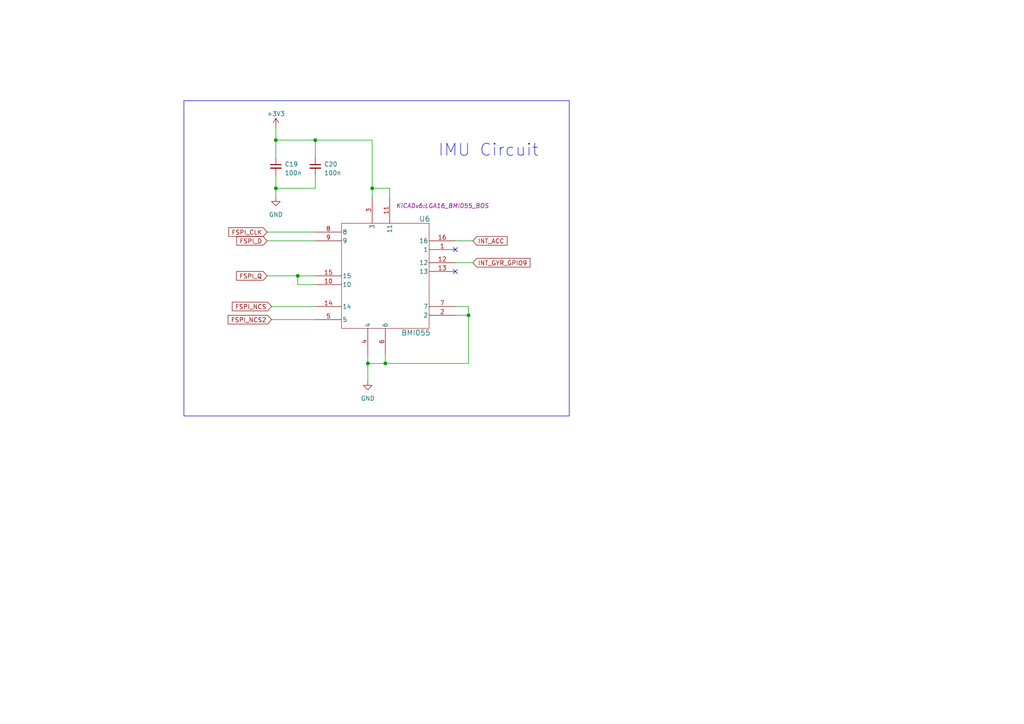
<source format=kicad_sch>
(kicad_sch (version 20230121) (generator eeschema)
  (paper "A4")
  (lib_symbols
    (symbol "BMI055:BMI055" (pin_names (offset 0.254))
      (property "Reference" "U6" (at 31.75 8.89 0))
      (property "Value" "BMI055" (at 29.21 -24.13 0))
      (symbol "BMI055_0_1"
        (polyline (pts (xy 7.62 -22.86) (xy 33.02 -22.86)) (stroke (width 0.127)))
        (polyline (pts (xy 7.62 7.62) (xy 7.62 -22.86)) (stroke (width 0.127)))
        (polyline (pts (xy 33.02 -22.86) (xy 33.02 7.62)) (stroke (width 0.127)))
        (polyline (pts (xy 33.02 7.62) (xy 7.62 7.62)) (stroke (width 0.127)))
        (pin unspecified line (at 40.64 0 180) (length 7.62) (name "1") (number "1"))
        (pin unspecified line (at 0 -10.16 0) (length 7.62) (name "10") (number "10"))
        (pin unspecified line (at 21.59 15.24 270) (length 7.62) (name "11") (number "11"))
        (pin unspecified line (at 40.64 -3.81 180) (length 7.62) (name "12") (number "12"))
        (pin unspecified line (at 40.64 -6.35 180) (length 7.62) (name "13") (number "13"))
        (pin unspecified line (at 0 -16.51 0) (length 7.62) (name "14") (number "14"))
        (pin unspecified line (at 0 -7.62 0) (length 7.62) (name "15") (number "15"))
        (pin unspecified line (at 40.64 2.54 180) (length 7.62) (name "16") (number "16"))
        (pin unspecified line (at 40.64 -19.05 180) (length 7.62) (name "2") (number "2"))
        (pin unspecified line (at 16.51 15.24 270) (length 7.62) (name "3") (number "3"))
        (pin unspecified line (at 15.24 -30.48 90) (length 7.62) (name "4") (number "4"))
        (pin unspecified line (at 0 -20.32 0) (length 7.62) (name "5") (number "5"))
        (pin unspecified line (at 20.32 -30.48 90) (length 7.62) (name "6") (number "6"))
        (pin unspecified line (at 40.64 -16.51 180) (length 7.62) (name "7") (number "7"))
        (pin unspecified line (at 0 5.08 0) (length 7.62) (name "8") (number "8"))
        (pin unspecified line (at 0 2.54 0) (length 7.62) (name "9") (number "9"))
      )
    )
    (symbol "Device:C_Small" (pin_numbers hide) (pin_names (offset 0.254) hide)
      (property "Reference" "C" (at 0.254 1.778 0))
      (property "Value" "C_Small" (at 0.254 -2.032 0))
      (symbol "C_Small_0_1"
        (polyline (pts (xy -1.524 -0.508) (xy 1.524 -0.508)) (stroke (width 0.3302)))
        (polyline (pts (xy -1.524 0.508) (xy 1.524 0.508)) (stroke (width 0.3048)))
      )
      (symbol "C_Small_1_1"
        (pin passive line (at 0 2.54 270) (length 2.032) (name "~") (number "1"))
        (pin passive line (at 0 -2.54 90) (length 2.032) (name "~") (number "2"))
      )
    )
    (symbol "power:+3V3" (power) (pin_names (offset 0))
      (property "Value" "+3V3" (at 0 3.556 0))
      (symbol "+3V3_0_1"
        (polyline (pts (xy -0.762 1.27) (xy 0 2.54)))
        (polyline (pts (xy 0 0) (xy 0 2.54)))
        (polyline (pts (xy 0 2.54) (xy 0.762 1.27)))
      )
      (symbol "+3V3_1_1"
        (pin power_in line (at 0 0 90) (length 0) hide (name "+3V3") (number "1"))
      )
    )
    (symbol "power:GND" (power) (pin_names (offset 0))
      (property "Value" "GND" (at 0 -3.81 0))
      (symbol "GND_0_1"
        (polyline (pts (xy 0 0) (xy 0 -1.27) (xy 1.27 -1.27) (xy 0 -2.54) (xy -1.27 -1.27) (xy 0 -1.27)))
      )
      (symbol "GND_1_1"
        (pin power_in line (at 0 0 270) (length 0) hide (name "GND") (number "1"))
      )
    )
  )
  (junction (at 91.44 40.64))
  (junction (at 106.68 105.41))
  (junction (at 107.95 54.61))
  (junction (at 86.36 80.01))
  (junction (at 111.76 105.41))
  (junction (at 80.01 40.64))
  (junction (at 135.89 91.44))
  (junction (at 80.01 54.61))
  (no_connect (at 132.08 78.74))
  (no_connect (at 132.08 72.39))
  (wire (pts (xy 91.44 92.71) (xy 78.74 92.71)))
  (wire (pts (xy 135.89 91.44) (xy 135.89 105.41)))
  (wire (pts (xy 91.44 82.55) (xy 86.36 82.55)))
  (wire (pts (xy 113.03 57.15) (xy 113.03 54.61)))
  (wire (pts (xy 86.36 80.01) (xy 86.36 82.55)))
  (wire (pts (xy 80.01 54.61) (xy 80.01 57.15)))
  (wire (pts (xy 132.08 76.2) (xy 137.16 76.2)))
  (wire (pts (xy 91.44 50.8) (xy 91.44 54.61)))
  (wire (pts (xy 86.36 80.01) (xy 77.47 80.01)))
  (wire (pts (xy 106.68 105.41) (xy 111.76 105.41)))
  (wire (pts (xy 80.01 36.83) (xy 80.01 40.64)))
  (wire (pts (xy 111.76 105.41) (xy 135.89 105.41)))
  (wire (pts (xy 107.95 54.61) (xy 107.95 57.15)))
  (wire (pts (xy 111.76 102.87) (xy 111.76 105.41)))
  (wire (pts (xy 91.44 40.64) (xy 107.95 40.64)))
  (wire (pts (xy 106.68 102.87) (xy 106.68 105.41)))
  (wire (pts (xy 132.08 88.9) (xy 135.89 88.9)))
  (wire (pts (xy 80.01 54.61) (xy 91.44 54.61)))
  (wire (pts (xy 107.95 54.61) (xy 113.03 54.61)))
  (wire (pts (xy 77.47 67.31) (xy 91.44 67.31)))
  (wire (pts (xy 132.08 69.85) (xy 137.16 69.85)))
  (wire (pts (xy 91.44 88.9) (xy 78.74 88.9)))
  (wire (pts (xy 80.01 40.64) (xy 91.44 40.64)))
  (wire (pts (xy 80.01 40.64) (xy 80.01 45.72)))
  (wire (pts (xy 91.44 40.64) (xy 91.44 45.72)))
  (wire (pts (xy 91.44 80.01) (xy 86.36 80.01)))
  (wire (pts (xy 106.68 105.41) (xy 106.68 110.49)))
  (wire (pts (xy 107.95 40.64) (xy 107.95 54.61)))
  (wire (pts (xy 77.47 69.85) (xy 91.44 69.85)))
  (wire (pts (xy 80.01 50.8) (xy 80.01 54.61)))
  (wire (pts (xy 132.08 91.44) (xy 135.89 91.44)))
  (wire (pts (xy 135.89 88.9) (xy 135.89 91.44)))
  (rectangle (start 53.34 29.21) (end 165.1 120.65))
  (text "IMU Circuit\n" (at 127 45.72 0) (effects (font (size 3.5 3.5)) (justify left bottom)))
  (global_label "INT_GYR_GPIO9" (shape input) (at 137.16 76.2 0) (property "Intersheetrefs" "${INTERSHEET_REFS}" (effects hide)))
  (global_label "FSPI_NCS" (shape input) (at 78.74 88.9 180) (property "Intersheetrefs" "${INTERSHEET_REFS}" (effects hide)))
  (global_label "FSPI_D" (shape input) (at 77.47 69.85 180) (property "Intersheetrefs" "${INTERSHEET_REFS}" (effects hide)))
  (global_label "FSPI_CLK" (shape input) (at 77.47 67.31 180) (property "Intersheetrefs" "${INTERSHEET_REFS}" (effects hide)))
  (global_label "FSPI_Q" (shape input) (at 77.47 80.01 180) (property "Intersheetrefs" "${INTERSHEET_REFS}" (effects hide)))
  (global_label "INT_ACC" (shape input) (at 137.16 69.85 0) (property "Intersheetrefs" "${INTERSHEET_REFS}" (effects hide)))
  (global_label "FSPI_NCS2" (shape input) (at 78.74 92.71 180) (property "Intersheetrefs" "${INTERSHEET_REFS}" (effects hide)))
  (symbol (lib_id "BMI055:BMI055") (at 91.44 72.39 0) (unit 1)
    (property "Reference" "U6" (at 123.19 63.5 0) (effects (font (size 1.524 1.524))))
    (property "Value" "BMI055" (at 120.65 96.52 0) (effects (font (size 1.524 1.524))))
    (property "Footprint" "KiCADv6:LGA16_BMI055_BOS" (at 128.27 59.69 0) (effects (font italic)))
    (property "Datasheet" "BMI055" (effects hide))
    (instances (project "RC-Car-Controller" (path "" (reference "U6") (unit 1)) (path "" (reference "U4") (unit 1))))
  )
  (symbol (lib_id "power:GND") (at 106.68 110.49 0) (unit 1)
    (property "Reference" "#PWR023" (effects hide))
    (property "Value" "GND" (at 106.68 115.57 0))
    (instances (project "RC-Car-Controller" (path "" (reference "#PWR023") (unit 1)) (path "" (reference "#PWR019") (unit 1))))
  )
  (symbol (lib_id "power:+3V3") (at 80.01 36.83 0) (unit 1)
    (property "Reference" "#PWR022" (effects hide))
    (property "Value" "+3V3" (at 80.01 33.02 0))
    (instances (project "RC-Car-Controller" (path "" (reference "#PWR022") (unit 1)) (path "" (reference "#PWR017") (unit 1))))
  )
  (symbol (lib_id "power:GND") (at 80.01 57.15 0) (unit 1)
    (property "Reference" "#PWR021" (effects hide))
    (property "Value" "GND" (at 80.01 62.23 0))
    (instances (project "RC-Car-Controller" (path "" (reference "#PWR021") (unit 1)) (path "" (reference "#PWR018") (unit 1))))
  )
  (symbol (lib_id "Device:C_Small") (at 80.01 48.26 0) (unit 1)
    (property "Reference" "C19" (at 82.55 47.6313 0) (effects (justify left)))
    (property "Value" "100n" (at 82.55 50.1713 0) (effects (justify left)))
    (property "Footprint" "Capacitor_SMD:C_0402_1005Metric" (effects hide))
    (instances (project "RC-Car-Controller" (path "" (reference "C19") (unit 1)) (path "" (reference "C9") (unit 1))))
  )
  (symbol (lib_id "Device:C_Small") (at 91.44 48.26 0) (unit 1)
    (property "Reference" "C20" (at 93.98 47.6313 0) (effects (justify left)))
    (property "Value" "100n" (at 93.98 50.1713 0) (effects (justify left)))
    (property "Footprint" "Capacitor_SMD:C_0402_1005Metric" (effects hide))
    (instances (project "RC-Car-Controller" (path "" (reference "C20") (unit 1)) (path "" (reference "C10") (unit 1))))
  )
)
</source>
